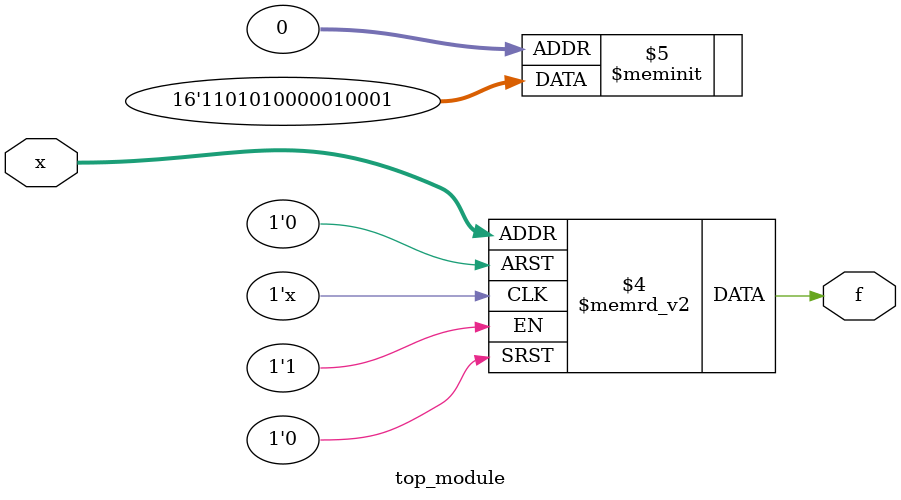
<source format=sv>
module top_module (
    input [4:1] x,
    output logic f
);

always_comb begin
    case (x)
        4'b0000, 4'b1010, 4'b1100, 4'b1110: f = 1'b1;
        4'b0001, 4'b0010, 4'b0011, 4'b0101, 4'b0110, 4'b0111, 4'b1001, 4'b1011, 4'b1101, 4'b1000: f = 1'b0;
        4'b1111, 4'b0100: f = 1'b1;
        default: f = 1'bx;
    endcase
end

endmodule

</source>
